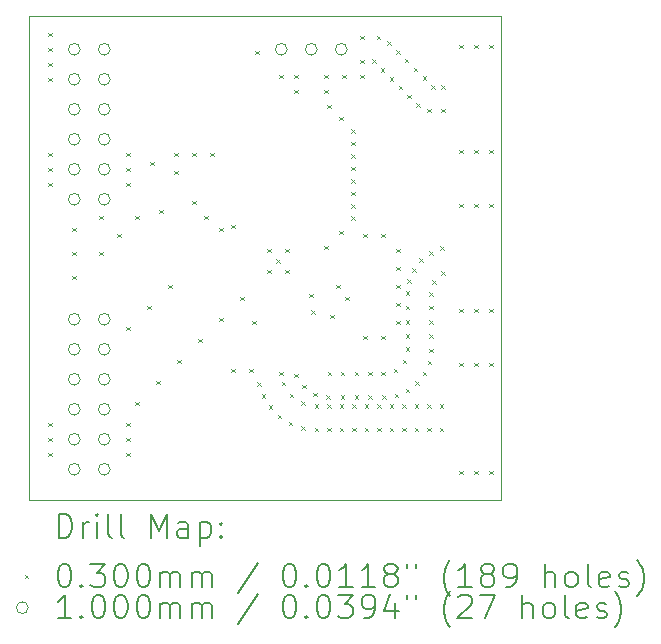
<source format=gbr>
%TF.GenerationSoftware,KiCad,Pcbnew,7.0.8*%
%TF.CreationDate,2023-12-20T18:09:56+01:00*%
%TF.ProjectId,sx1255_eval,73783132-3535-45f6-9576-616c2e6b6963,rev?*%
%TF.SameCoordinates,Original*%
%TF.FileFunction,Drillmap*%
%TF.FilePolarity,Positive*%
%FSLAX45Y45*%
G04 Gerber Fmt 4.5, Leading zero omitted, Abs format (unit mm)*
G04 Created by KiCad (PCBNEW 7.0.8) date 2023-12-20 18:09:56*
%MOMM*%
%LPD*%
G01*
G04 APERTURE LIST*
%ADD10C,0.100000*%
%ADD11C,0.200000*%
%ADD12C,0.030000*%
G04 APERTURE END LIST*
D10*
X16475200Y-7350000D02*
X12475200Y-7350000D01*
X12475200Y-7350000D02*
X12475200Y-11450000D01*
X12475200Y-11450000D02*
X16475200Y-11450000D01*
X16475200Y-11450000D02*
X16475200Y-7350000D01*
D11*
D12*
X12642200Y-7489200D02*
X12672200Y-7519200D01*
X12672200Y-7489200D02*
X12642200Y-7519200D01*
X12642200Y-7616200D02*
X12672200Y-7646200D01*
X12672200Y-7616200D02*
X12642200Y-7646200D01*
X12642200Y-7743200D02*
X12672200Y-7773200D01*
X12672200Y-7743200D02*
X12642200Y-7773200D01*
X12642200Y-7870200D02*
X12672200Y-7900200D01*
X12672200Y-7870200D02*
X12642200Y-7900200D01*
X12642200Y-8505200D02*
X12672200Y-8535200D01*
X12672200Y-8505200D02*
X12642200Y-8535200D01*
X12642200Y-8632200D02*
X12672200Y-8662200D01*
X12672200Y-8632200D02*
X12642200Y-8662200D01*
X12642200Y-8759200D02*
X12672200Y-8789200D01*
X12672200Y-8759200D02*
X12642200Y-8789200D01*
X12642200Y-10791200D02*
X12672200Y-10821200D01*
X12672200Y-10791200D02*
X12642200Y-10821200D01*
X12642200Y-10918200D02*
X12672200Y-10948200D01*
X12672200Y-10918200D02*
X12642200Y-10948200D01*
X12642200Y-11045200D02*
X12672200Y-11075200D01*
X12672200Y-11045200D02*
X12642200Y-11075200D01*
X12845400Y-9140200D02*
X12875400Y-9170200D01*
X12875400Y-9140200D02*
X12845400Y-9170200D01*
X12845400Y-9343400D02*
X12875400Y-9373400D01*
X12875400Y-9343400D02*
X12845400Y-9373400D01*
X12845400Y-9546600D02*
X12875400Y-9576600D01*
X12875400Y-9546600D02*
X12845400Y-9576600D01*
X13074000Y-9038600D02*
X13104000Y-9068600D01*
X13104000Y-9038600D02*
X13074000Y-9068600D01*
X13074000Y-9343400D02*
X13104000Y-9373400D01*
X13104000Y-9343400D02*
X13074000Y-9373400D01*
X13226400Y-9191000D02*
X13256400Y-9221000D01*
X13256400Y-9191000D02*
X13226400Y-9221000D01*
X13302600Y-8505200D02*
X13332600Y-8535200D01*
X13332600Y-8505200D02*
X13302600Y-8535200D01*
X13302600Y-8632200D02*
X13332600Y-8662200D01*
X13332600Y-8632200D02*
X13302600Y-8662200D01*
X13302600Y-8759200D02*
X13332600Y-8789200D01*
X13332600Y-8759200D02*
X13302600Y-8789200D01*
X13302600Y-9978400D02*
X13332600Y-10008400D01*
X13332600Y-9978400D02*
X13302600Y-10008400D01*
X13302600Y-10791200D02*
X13332600Y-10821200D01*
X13332600Y-10791200D02*
X13302600Y-10821200D01*
X13302600Y-10918200D02*
X13332600Y-10948200D01*
X13332600Y-10918200D02*
X13302600Y-10948200D01*
X13302600Y-11045200D02*
X13332600Y-11075200D01*
X13332600Y-11045200D02*
X13302600Y-11075200D01*
X13378800Y-9038600D02*
X13408800Y-9068600D01*
X13408800Y-9038600D02*
X13378800Y-9068600D01*
X13378800Y-10613400D02*
X13408800Y-10643400D01*
X13408800Y-10613400D02*
X13378800Y-10643400D01*
X13480400Y-9800600D02*
X13510400Y-9830600D01*
X13510400Y-9800600D02*
X13480400Y-9830600D01*
X13505800Y-8581400D02*
X13535800Y-8611400D01*
X13535800Y-8581400D02*
X13505800Y-8611400D01*
X13556600Y-10435600D02*
X13586600Y-10465600D01*
X13586600Y-10435600D02*
X13556600Y-10465600D01*
X13582000Y-8987800D02*
X13612000Y-9017800D01*
X13612000Y-8987800D02*
X13582000Y-9017800D01*
X13658200Y-9622800D02*
X13688200Y-9652800D01*
X13688200Y-9622800D02*
X13658200Y-9652800D01*
X13709000Y-8505200D02*
X13739000Y-8535200D01*
X13739000Y-8505200D02*
X13709000Y-8535200D01*
X13709000Y-8657600D02*
X13739000Y-8687600D01*
X13739000Y-8657600D02*
X13709000Y-8687600D01*
X13734400Y-10257800D02*
X13764400Y-10287800D01*
X13764400Y-10257800D02*
X13734400Y-10287800D01*
X13861400Y-8505200D02*
X13891400Y-8535200D01*
X13891400Y-8505200D02*
X13861400Y-8535200D01*
X13861400Y-8911600D02*
X13891400Y-8941600D01*
X13891400Y-8911600D02*
X13861400Y-8941600D01*
X13912200Y-10080000D02*
X13942200Y-10110000D01*
X13942200Y-10080000D02*
X13912200Y-10110000D01*
X13963000Y-9038600D02*
X13993000Y-9068600D01*
X13993000Y-9038600D02*
X13963000Y-9068600D01*
X14013800Y-8505200D02*
X14043800Y-8535200D01*
X14043800Y-8505200D02*
X14013800Y-8535200D01*
X14090000Y-9140200D02*
X14120000Y-9170200D01*
X14120000Y-9140200D02*
X14090000Y-9170200D01*
X14090000Y-9902200D02*
X14120000Y-9932200D01*
X14120000Y-9902200D02*
X14090000Y-9932200D01*
X14191600Y-9114800D02*
X14221600Y-9144800D01*
X14221600Y-9114800D02*
X14191600Y-9144800D01*
X14191600Y-10334000D02*
X14221600Y-10364000D01*
X14221600Y-10334000D02*
X14191600Y-10364000D01*
X14267800Y-9724400D02*
X14297800Y-9754400D01*
X14297800Y-9724400D02*
X14267800Y-9754400D01*
X14344000Y-10334000D02*
X14374000Y-10364000D01*
X14374000Y-10334000D02*
X14344000Y-10364000D01*
X14369400Y-9927600D02*
X14399400Y-9957600D01*
X14399400Y-9927600D02*
X14369400Y-9957600D01*
X14394800Y-7641600D02*
X14424800Y-7671600D01*
X14424800Y-7641600D02*
X14394800Y-7671600D01*
X14410149Y-10449574D02*
X14440149Y-10479574D01*
X14440149Y-10449574D02*
X14410149Y-10479574D01*
X14447239Y-10553642D02*
X14477239Y-10583642D01*
X14477239Y-10553642D02*
X14447239Y-10583642D01*
X14496400Y-9318000D02*
X14526400Y-9348000D01*
X14526400Y-9318000D02*
X14496400Y-9348000D01*
X14496400Y-9495800D02*
X14526400Y-9525800D01*
X14526400Y-9495800D02*
X14496400Y-9525800D01*
X14506041Y-10647203D02*
X14536041Y-10677203D01*
X14536041Y-10647203D02*
X14506041Y-10677203D01*
X14572600Y-9410000D02*
X14602600Y-9440000D01*
X14602600Y-9410000D02*
X14572600Y-9440000D01*
X14584198Y-10725359D02*
X14614198Y-10755359D01*
X14614198Y-10725359D02*
X14584198Y-10755359D01*
X14598000Y-7844800D02*
X14628000Y-7874800D01*
X14628000Y-7844800D02*
X14598000Y-7874800D01*
X14598000Y-10359400D02*
X14628000Y-10389400D01*
X14628000Y-10359400D02*
X14598000Y-10389400D01*
X14618520Y-10447446D02*
X14648520Y-10477446D01*
X14648520Y-10447446D02*
X14618520Y-10477446D01*
X14648800Y-9318000D02*
X14678800Y-9348000D01*
X14678800Y-9318000D02*
X14648800Y-9348000D01*
X14648800Y-9495800D02*
X14678800Y-9525800D01*
X14678800Y-9495800D02*
X14648800Y-9525800D01*
X14677758Y-10784161D02*
X14707758Y-10814161D01*
X14707758Y-10784161D02*
X14677758Y-10814161D01*
X14684353Y-10547047D02*
X14714353Y-10577047D01*
X14714353Y-10547047D02*
X14684353Y-10577047D01*
X14725000Y-7844800D02*
X14755000Y-7874800D01*
X14755000Y-7844800D02*
X14725000Y-7874800D01*
X14725000Y-7971800D02*
X14755000Y-8001800D01*
X14755000Y-7971800D02*
X14725000Y-8001800D01*
X14725003Y-10378061D02*
X14755003Y-10408061D01*
X14755003Y-10378061D02*
X14725003Y-10408061D01*
X14781826Y-10821251D02*
X14811826Y-10851251D01*
X14811826Y-10821251D02*
X14781826Y-10851251D01*
X14783954Y-10612880D02*
X14813954Y-10642880D01*
X14813954Y-10612880D02*
X14783954Y-10642880D01*
X14789068Y-10473132D02*
X14819068Y-10503132D01*
X14819068Y-10473132D02*
X14789068Y-10503132D01*
X14852000Y-9699000D02*
X14882000Y-9729000D01*
X14882000Y-9699000D02*
X14852000Y-9729000D01*
X14864700Y-9838700D02*
X14894700Y-9868700D01*
X14894700Y-9838700D02*
X14864700Y-9868700D01*
X14884139Y-10537197D02*
X14914139Y-10567197D01*
X14914139Y-10537197D02*
X14884139Y-10567197D01*
X14896400Y-10635000D02*
X14926400Y-10665000D01*
X14926400Y-10635000D02*
X14896400Y-10665000D01*
X14896400Y-10835000D02*
X14926400Y-10865000D01*
X14926400Y-10835000D02*
X14896400Y-10865000D01*
X14979000Y-7844800D02*
X15009000Y-7874800D01*
X15009000Y-7844800D02*
X14979000Y-7874800D01*
X14979000Y-7971800D02*
X15009000Y-8001800D01*
X15009000Y-7971800D02*
X14979000Y-8001800D01*
X14979000Y-9292600D02*
X15009000Y-9322600D01*
X15009000Y-9292600D02*
X14979000Y-9322600D01*
X14996293Y-10560880D02*
X15026293Y-10590880D01*
X15026293Y-10560880D02*
X14996293Y-10590880D01*
X15002077Y-10635000D02*
X15032077Y-10665000D01*
X15032077Y-10635000D02*
X15002077Y-10665000D01*
X15002077Y-10835000D02*
X15032077Y-10865000D01*
X15032077Y-10835000D02*
X15002077Y-10865000D01*
X15004400Y-8098800D02*
X15034400Y-8128800D01*
X15034400Y-8098800D02*
X15004400Y-8128800D01*
X15006106Y-10361120D02*
X15036106Y-10391120D01*
X15036106Y-10361120D02*
X15006106Y-10391120D01*
X15029800Y-9876800D02*
X15059800Y-9906800D01*
X15059800Y-9876800D02*
X15029800Y-9906800D01*
X15080600Y-9622800D02*
X15110600Y-9652800D01*
X15110600Y-9622800D02*
X15080600Y-9652800D01*
X15106000Y-8200400D02*
X15136000Y-8230400D01*
X15136000Y-8200400D02*
X15106000Y-8230400D01*
X15106000Y-9165600D02*
X15136000Y-9195600D01*
X15136000Y-9165600D02*
X15106000Y-9195600D01*
X15107754Y-10635000D02*
X15137754Y-10665000D01*
X15137754Y-10635000D02*
X15107754Y-10665000D01*
X15107754Y-10835000D02*
X15137754Y-10865000D01*
X15137754Y-10835000D02*
X15107754Y-10865000D01*
X15117500Y-10361000D02*
X15147500Y-10391000D01*
X15147500Y-10361000D02*
X15117500Y-10391000D01*
X15117500Y-10561000D02*
X15147500Y-10591000D01*
X15147500Y-10561000D02*
X15117500Y-10591000D01*
X15131400Y-7844800D02*
X15161400Y-7874800D01*
X15161400Y-7844800D02*
X15131400Y-7874800D01*
X15156800Y-9724400D02*
X15186800Y-9754400D01*
X15186800Y-9724400D02*
X15156800Y-9754400D01*
X15207600Y-8307015D02*
X15237600Y-8337015D01*
X15237600Y-8307015D02*
X15207600Y-8337015D01*
X15207600Y-8412692D02*
X15237600Y-8442692D01*
X15237600Y-8412692D02*
X15207600Y-8442692D01*
X15207600Y-8518369D02*
X15237600Y-8548369D01*
X15237600Y-8518369D02*
X15207600Y-8548369D01*
X15207600Y-8624046D02*
X15237600Y-8654046D01*
X15237600Y-8624046D02*
X15207600Y-8654046D01*
X15207600Y-8729723D02*
X15237600Y-8759723D01*
X15237600Y-8729723D02*
X15207600Y-8759723D01*
X15207600Y-8835400D02*
X15237600Y-8865400D01*
X15237600Y-8835400D02*
X15207600Y-8865400D01*
X15207600Y-8941077D02*
X15237600Y-8971077D01*
X15237600Y-8941077D02*
X15207600Y-8971077D01*
X15207600Y-9046754D02*
X15237600Y-9076754D01*
X15237600Y-9046754D02*
X15207600Y-9076754D01*
X15213431Y-10635000D02*
X15243431Y-10665000D01*
X15243431Y-10635000D02*
X15213431Y-10665000D01*
X15213431Y-10835000D02*
X15243431Y-10865000D01*
X15243431Y-10835000D02*
X15213431Y-10865000D01*
X15233800Y-10361000D02*
X15263800Y-10391000D01*
X15263800Y-10361000D02*
X15233800Y-10391000D01*
X15233800Y-10561000D02*
X15263800Y-10591000D01*
X15263800Y-10561000D02*
X15233800Y-10591000D01*
X15283800Y-7516200D02*
X15313800Y-7546200D01*
X15313800Y-7516200D02*
X15283800Y-7546200D01*
X15283800Y-7717800D02*
X15313800Y-7747800D01*
X15313800Y-7717800D02*
X15283800Y-7747800D01*
X15283800Y-7844800D02*
X15313800Y-7874800D01*
X15313800Y-7844800D02*
X15283800Y-7874800D01*
X15309200Y-9191000D02*
X15339200Y-9221000D01*
X15339200Y-9191000D02*
X15309200Y-9221000D01*
X15309200Y-10054600D02*
X15339200Y-10084600D01*
X15339200Y-10054600D02*
X15309200Y-10084600D01*
X15319108Y-10635000D02*
X15349108Y-10665000D01*
X15349108Y-10635000D02*
X15319108Y-10665000D01*
X15319108Y-10835000D02*
X15349108Y-10865000D01*
X15349108Y-10835000D02*
X15319108Y-10865000D01*
X15350100Y-10361000D02*
X15380100Y-10391000D01*
X15380100Y-10361000D02*
X15350100Y-10391000D01*
X15350100Y-10561000D02*
X15380100Y-10591000D01*
X15380100Y-10561000D02*
X15350100Y-10591000D01*
X15382079Y-7716200D02*
X15412079Y-7746200D01*
X15412079Y-7716200D02*
X15382079Y-7746200D01*
X15421630Y-7516200D02*
X15451630Y-7546200D01*
X15451630Y-7516200D02*
X15421630Y-7546200D01*
X15424785Y-10635000D02*
X15454785Y-10665000D01*
X15454785Y-10635000D02*
X15424785Y-10665000D01*
X15424785Y-10835000D02*
X15454785Y-10865000D01*
X15454785Y-10835000D02*
X15424785Y-10865000D01*
X15456840Y-7790962D02*
X15486840Y-7820962D01*
X15486840Y-7790962D02*
X15456840Y-7820962D01*
X15461493Y-10361120D02*
X15491493Y-10391120D01*
X15491493Y-10361120D02*
X15461493Y-10391120D01*
X15461600Y-9191000D02*
X15491600Y-9221000D01*
X15491600Y-9191000D02*
X15461600Y-9221000D01*
X15461600Y-10054600D02*
X15491600Y-10084600D01*
X15491600Y-10054600D02*
X15461600Y-10084600D01*
X15466400Y-10561000D02*
X15496400Y-10591000D01*
X15496400Y-10561000D02*
X15466400Y-10591000D01*
X15511747Y-7563026D02*
X15541747Y-7593026D01*
X15541747Y-7563026D02*
X15511747Y-7593026D01*
X15530462Y-10635000D02*
X15560462Y-10665000D01*
X15560462Y-10635000D02*
X15530462Y-10665000D01*
X15530462Y-10835000D02*
X15560462Y-10865000D01*
X15560462Y-10835000D02*
X15530462Y-10865000D01*
X15531602Y-7865724D02*
X15561602Y-7895724D01*
X15561602Y-7865724D02*
X15531602Y-7895724D01*
X15564826Y-10334759D02*
X15594826Y-10364759D01*
X15594826Y-10334759D02*
X15564826Y-10364759D01*
X15573025Y-10546277D02*
X15603025Y-10576277D01*
X15603025Y-10546277D02*
X15573025Y-10576277D01*
X15586142Y-7637421D02*
X15616142Y-7667421D01*
X15616142Y-7637421D02*
X15586142Y-7667421D01*
X15588600Y-9318000D02*
X15618600Y-9348000D01*
X15618600Y-9318000D02*
X15588600Y-9348000D01*
X15588600Y-9470400D02*
X15618600Y-9500400D01*
X15618600Y-9470400D02*
X15588600Y-9500400D01*
X15588600Y-9622800D02*
X15618600Y-9652800D01*
X15618600Y-9622800D02*
X15588600Y-9652800D01*
X15588600Y-9775200D02*
X15618600Y-9805200D01*
X15618600Y-9775200D02*
X15588600Y-9805200D01*
X15588600Y-9927600D02*
X15618600Y-9957600D01*
X15618600Y-9927600D02*
X15588600Y-9957600D01*
X15606364Y-7940485D02*
X15636364Y-7970485D01*
X15636364Y-7940485D02*
X15606364Y-7970485D01*
X15636138Y-10635000D02*
X15666138Y-10665000D01*
X15666138Y-10635000D02*
X15636138Y-10665000D01*
X15636138Y-10835000D02*
X15666138Y-10865000D01*
X15666138Y-10835000D02*
X15636138Y-10865000D01*
X15640158Y-10259426D02*
X15670158Y-10289426D01*
X15670158Y-10259426D02*
X15640158Y-10289426D01*
X15660537Y-7711816D02*
X15690537Y-7741816D01*
X15690537Y-7711816D02*
X15660537Y-7741816D01*
X15666400Y-9804000D02*
X15696400Y-9834000D01*
X15696400Y-9804000D02*
X15666400Y-9834000D01*
X15666400Y-9923000D02*
X15696400Y-9953000D01*
X15696400Y-9923000D02*
X15666400Y-9953000D01*
X15666400Y-10042000D02*
X15696400Y-10072000D01*
X15696400Y-10042000D02*
X15666400Y-10072000D01*
X15666520Y-10156094D02*
X15696520Y-10186094D01*
X15696520Y-10156094D02*
X15666520Y-10186094D01*
X15666520Y-9680093D02*
X15696520Y-9710093D01*
X15696520Y-9680093D02*
X15666520Y-9710093D01*
X15667647Y-10506304D02*
X15697647Y-10536304D01*
X15697647Y-10506304D02*
X15667647Y-10536304D01*
X15681123Y-9578374D02*
X15711123Y-9608374D01*
X15711123Y-9578374D02*
X15681123Y-9608374D01*
X15681126Y-8015247D02*
X15711126Y-8045247D01*
X15711126Y-8015247D02*
X15681126Y-8045247D01*
X15721096Y-9483753D02*
X15751096Y-9513753D01*
X15751096Y-9483753D02*
X15721096Y-9513753D01*
X15734932Y-7786210D02*
X15764932Y-7816210D01*
X15764932Y-7786210D02*
X15734932Y-7816210D01*
X15741815Y-10635000D02*
X15771815Y-10665000D01*
X15771815Y-10635000D02*
X15741815Y-10665000D01*
X15741815Y-10835000D02*
X15771815Y-10865000D01*
X15771815Y-10835000D02*
X15741815Y-10865000D01*
X15749243Y-10443843D02*
X15779243Y-10473843D01*
X15779243Y-10443843D02*
X15749243Y-10473843D01*
X15755887Y-8090009D02*
X15785887Y-8120009D01*
X15785887Y-8090009D02*
X15755887Y-8120009D01*
X15783557Y-9402157D02*
X15813557Y-9432157D01*
X15813557Y-9402157D02*
X15783557Y-9432157D01*
X15809327Y-7860605D02*
X15839327Y-7890605D01*
X15839327Y-7860605D02*
X15809327Y-7890605D01*
X15811704Y-10362247D02*
X15841704Y-10392247D01*
X15841704Y-10362247D02*
X15811704Y-10392247D01*
X15847284Y-8135000D02*
X15877284Y-8165000D01*
X15877284Y-8135000D02*
X15847284Y-8165000D01*
X15847492Y-10635000D02*
X15877492Y-10665000D01*
X15877492Y-10635000D02*
X15847492Y-10665000D01*
X15847492Y-10835000D02*
X15877492Y-10865000D01*
X15877492Y-10835000D02*
X15847492Y-10865000D01*
X15851677Y-10267626D02*
X15881677Y-10297626D01*
X15881677Y-10267626D02*
X15851677Y-10297626D01*
X15865154Y-9339696D02*
X15895154Y-9369696D01*
X15895154Y-9339696D02*
X15865154Y-9369696D01*
X15866279Y-9689907D02*
X15896279Y-9719907D01*
X15896279Y-9689907D02*
X15866279Y-9719907D01*
X15866280Y-10165907D02*
X15896280Y-10195907D01*
X15896280Y-10165907D02*
X15866280Y-10195907D01*
X15866400Y-9804000D02*
X15896400Y-9834000D01*
X15896400Y-9804000D02*
X15866400Y-9834000D01*
X15866400Y-9923000D02*
X15896400Y-9953000D01*
X15896400Y-9923000D02*
X15866400Y-9953000D01*
X15866400Y-10042000D02*
X15896400Y-10072000D01*
X15896400Y-10042000D02*
X15866400Y-10072000D01*
X15883721Y-7935000D02*
X15913721Y-7965000D01*
X15913721Y-7935000D02*
X15883721Y-7965000D01*
X15892642Y-9586574D02*
X15922642Y-9616574D01*
X15922642Y-9586574D02*
X15892642Y-9616574D01*
X15953169Y-10635000D02*
X15983169Y-10665000D01*
X15983169Y-10635000D02*
X15953169Y-10665000D01*
X15953169Y-10835000D02*
X15983169Y-10865000D01*
X15983169Y-10835000D02*
X15953169Y-10865000D01*
X15959775Y-9299723D02*
X15989775Y-9329723D01*
X15989775Y-9299723D02*
X15959775Y-9329723D01*
X15967974Y-9511242D02*
X15997974Y-9541242D01*
X15997974Y-9511242D02*
X15967974Y-9541242D01*
X15969600Y-7935000D02*
X15999600Y-7965000D01*
X15999600Y-7935000D02*
X15969600Y-7965000D01*
X15969600Y-8135000D02*
X15999600Y-8165000D01*
X15999600Y-8135000D02*
X15969600Y-8165000D01*
X16122000Y-7590800D02*
X16152000Y-7620800D01*
X16152000Y-7590800D02*
X16122000Y-7620800D01*
X16122000Y-8479800D02*
X16152000Y-8509800D01*
X16152000Y-8479800D02*
X16122000Y-8509800D01*
X16122000Y-8937000D02*
X16152000Y-8967000D01*
X16152000Y-8937000D02*
X16122000Y-8967000D01*
X16122000Y-9826000D02*
X16152000Y-9856000D01*
X16152000Y-9826000D02*
X16122000Y-9856000D01*
X16122000Y-10283200D02*
X16152000Y-10313200D01*
X16152000Y-10283200D02*
X16122000Y-10313200D01*
X16122000Y-11197600D02*
X16152000Y-11227600D01*
X16152000Y-11197600D02*
X16122000Y-11227600D01*
X16249000Y-7590800D02*
X16279000Y-7620800D01*
X16279000Y-7590800D02*
X16249000Y-7620800D01*
X16249000Y-8479800D02*
X16279000Y-8509800D01*
X16279000Y-8479800D02*
X16249000Y-8509800D01*
X16249000Y-8937000D02*
X16279000Y-8967000D01*
X16279000Y-8937000D02*
X16249000Y-8967000D01*
X16249000Y-9826000D02*
X16279000Y-9856000D01*
X16279000Y-9826000D02*
X16249000Y-9856000D01*
X16249000Y-10283200D02*
X16279000Y-10313200D01*
X16279000Y-10283200D02*
X16249000Y-10313200D01*
X16249000Y-11197600D02*
X16279000Y-11227600D01*
X16279000Y-11197600D02*
X16249000Y-11227600D01*
X16376000Y-7590800D02*
X16406000Y-7620800D01*
X16406000Y-7590800D02*
X16376000Y-7620800D01*
X16376000Y-8479800D02*
X16406000Y-8509800D01*
X16406000Y-8479800D02*
X16376000Y-8509800D01*
X16376000Y-8937000D02*
X16406000Y-8967000D01*
X16406000Y-8937000D02*
X16376000Y-8967000D01*
X16376000Y-9826000D02*
X16406000Y-9856000D01*
X16406000Y-9826000D02*
X16376000Y-9856000D01*
X16376000Y-10283200D02*
X16406000Y-10313200D01*
X16406000Y-10283200D02*
X16376000Y-10313200D01*
X16376000Y-11197600D02*
X16406000Y-11227600D01*
X16406000Y-11197600D02*
X16376000Y-11227600D01*
D10*
X12910400Y-7631200D02*
G75*
G03*
X12910400Y-7631200I-50000J0D01*
G01*
X12910400Y-7885200D02*
G75*
G03*
X12910400Y-7885200I-50000J0D01*
G01*
X12910400Y-8139200D02*
G75*
G03*
X12910400Y-8139200I-50000J0D01*
G01*
X12910400Y-8393200D02*
G75*
G03*
X12910400Y-8393200I-50000J0D01*
G01*
X12910400Y-8647200D02*
G75*
G03*
X12910400Y-8647200I-50000J0D01*
G01*
X12910400Y-8901200D02*
G75*
G03*
X12910400Y-8901200I-50000J0D01*
G01*
X12910400Y-9917200D02*
G75*
G03*
X12910400Y-9917200I-50000J0D01*
G01*
X12910400Y-10171200D02*
G75*
G03*
X12910400Y-10171200I-50000J0D01*
G01*
X12910400Y-10425200D02*
G75*
G03*
X12910400Y-10425200I-50000J0D01*
G01*
X12910400Y-10679200D02*
G75*
G03*
X12910400Y-10679200I-50000J0D01*
G01*
X12910400Y-10933200D02*
G75*
G03*
X12910400Y-10933200I-50000J0D01*
G01*
X12910400Y-11187200D02*
G75*
G03*
X12910400Y-11187200I-50000J0D01*
G01*
X13164400Y-7631200D02*
G75*
G03*
X13164400Y-7631200I-50000J0D01*
G01*
X13164400Y-7885200D02*
G75*
G03*
X13164400Y-7885200I-50000J0D01*
G01*
X13164400Y-8139200D02*
G75*
G03*
X13164400Y-8139200I-50000J0D01*
G01*
X13164400Y-8393200D02*
G75*
G03*
X13164400Y-8393200I-50000J0D01*
G01*
X13164400Y-8647200D02*
G75*
G03*
X13164400Y-8647200I-50000J0D01*
G01*
X13164400Y-8901200D02*
G75*
G03*
X13164400Y-8901200I-50000J0D01*
G01*
X13164400Y-9917200D02*
G75*
G03*
X13164400Y-9917200I-50000J0D01*
G01*
X13164400Y-10171200D02*
G75*
G03*
X13164400Y-10171200I-50000J0D01*
G01*
X13164400Y-10425200D02*
G75*
G03*
X13164400Y-10425200I-50000J0D01*
G01*
X13164400Y-10679200D02*
G75*
G03*
X13164400Y-10679200I-50000J0D01*
G01*
X13164400Y-10933200D02*
G75*
G03*
X13164400Y-10933200I-50000J0D01*
G01*
X13164400Y-11187200D02*
G75*
G03*
X13164400Y-11187200I-50000J0D01*
G01*
X14663000Y-7631200D02*
G75*
G03*
X14663000Y-7631200I-50000J0D01*
G01*
X14917000Y-7631200D02*
G75*
G03*
X14917000Y-7631200I-50000J0D01*
G01*
X15171000Y-7631200D02*
G75*
G03*
X15171000Y-7631200I-50000J0D01*
G01*
D11*
X12730977Y-11766484D02*
X12730977Y-11566484D01*
X12730977Y-11566484D02*
X12778596Y-11566484D01*
X12778596Y-11566484D02*
X12807167Y-11576008D01*
X12807167Y-11576008D02*
X12826215Y-11595055D01*
X12826215Y-11595055D02*
X12835739Y-11614103D01*
X12835739Y-11614103D02*
X12845262Y-11652198D01*
X12845262Y-11652198D02*
X12845262Y-11680769D01*
X12845262Y-11680769D02*
X12835739Y-11718865D01*
X12835739Y-11718865D02*
X12826215Y-11737912D01*
X12826215Y-11737912D02*
X12807167Y-11756960D01*
X12807167Y-11756960D02*
X12778596Y-11766484D01*
X12778596Y-11766484D02*
X12730977Y-11766484D01*
X12930977Y-11766484D02*
X12930977Y-11633150D01*
X12930977Y-11671246D02*
X12940501Y-11652198D01*
X12940501Y-11652198D02*
X12950024Y-11642674D01*
X12950024Y-11642674D02*
X12969072Y-11633150D01*
X12969072Y-11633150D02*
X12988120Y-11633150D01*
X13054786Y-11766484D02*
X13054786Y-11633150D01*
X13054786Y-11566484D02*
X13045262Y-11576008D01*
X13045262Y-11576008D02*
X13054786Y-11585531D01*
X13054786Y-11585531D02*
X13064310Y-11576008D01*
X13064310Y-11576008D02*
X13054786Y-11566484D01*
X13054786Y-11566484D02*
X13054786Y-11585531D01*
X13178596Y-11766484D02*
X13159548Y-11756960D01*
X13159548Y-11756960D02*
X13150024Y-11737912D01*
X13150024Y-11737912D02*
X13150024Y-11566484D01*
X13283358Y-11766484D02*
X13264310Y-11756960D01*
X13264310Y-11756960D02*
X13254786Y-11737912D01*
X13254786Y-11737912D02*
X13254786Y-11566484D01*
X13511929Y-11766484D02*
X13511929Y-11566484D01*
X13511929Y-11566484D02*
X13578596Y-11709341D01*
X13578596Y-11709341D02*
X13645262Y-11566484D01*
X13645262Y-11566484D02*
X13645262Y-11766484D01*
X13826215Y-11766484D02*
X13826215Y-11661722D01*
X13826215Y-11661722D02*
X13816691Y-11642674D01*
X13816691Y-11642674D02*
X13797643Y-11633150D01*
X13797643Y-11633150D02*
X13759548Y-11633150D01*
X13759548Y-11633150D02*
X13740501Y-11642674D01*
X13826215Y-11756960D02*
X13807167Y-11766484D01*
X13807167Y-11766484D02*
X13759548Y-11766484D01*
X13759548Y-11766484D02*
X13740501Y-11756960D01*
X13740501Y-11756960D02*
X13730977Y-11737912D01*
X13730977Y-11737912D02*
X13730977Y-11718865D01*
X13730977Y-11718865D02*
X13740501Y-11699817D01*
X13740501Y-11699817D02*
X13759548Y-11690293D01*
X13759548Y-11690293D02*
X13807167Y-11690293D01*
X13807167Y-11690293D02*
X13826215Y-11680769D01*
X13921453Y-11633150D02*
X13921453Y-11833150D01*
X13921453Y-11642674D02*
X13940501Y-11633150D01*
X13940501Y-11633150D02*
X13978596Y-11633150D01*
X13978596Y-11633150D02*
X13997643Y-11642674D01*
X13997643Y-11642674D02*
X14007167Y-11652198D01*
X14007167Y-11652198D02*
X14016691Y-11671246D01*
X14016691Y-11671246D02*
X14016691Y-11728388D01*
X14016691Y-11728388D02*
X14007167Y-11747436D01*
X14007167Y-11747436D02*
X13997643Y-11756960D01*
X13997643Y-11756960D02*
X13978596Y-11766484D01*
X13978596Y-11766484D02*
X13940501Y-11766484D01*
X13940501Y-11766484D02*
X13921453Y-11756960D01*
X14102405Y-11747436D02*
X14111929Y-11756960D01*
X14111929Y-11756960D02*
X14102405Y-11766484D01*
X14102405Y-11766484D02*
X14092882Y-11756960D01*
X14092882Y-11756960D02*
X14102405Y-11747436D01*
X14102405Y-11747436D02*
X14102405Y-11766484D01*
X14102405Y-11642674D02*
X14111929Y-11652198D01*
X14111929Y-11652198D02*
X14102405Y-11661722D01*
X14102405Y-11661722D02*
X14092882Y-11652198D01*
X14092882Y-11652198D02*
X14102405Y-11642674D01*
X14102405Y-11642674D02*
X14102405Y-11661722D01*
D12*
X12440200Y-12080000D02*
X12470200Y-12110000D01*
X12470200Y-12080000D02*
X12440200Y-12110000D01*
D11*
X12769072Y-11986484D02*
X12788120Y-11986484D01*
X12788120Y-11986484D02*
X12807167Y-11996008D01*
X12807167Y-11996008D02*
X12816691Y-12005531D01*
X12816691Y-12005531D02*
X12826215Y-12024579D01*
X12826215Y-12024579D02*
X12835739Y-12062674D01*
X12835739Y-12062674D02*
X12835739Y-12110293D01*
X12835739Y-12110293D02*
X12826215Y-12148388D01*
X12826215Y-12148388D02*
X12816691Y-12167436D01*
X12816691Y-12167436D02*
X12807167Y-12176960D01*
X12807167Y-12176960D02*
X12788120Y-12186484D01*
X12788120Y-12186484D02*
X12769072Y-12186484D01*
X12769072Y-12186484D02*
X12750024Y-12176960D01*
X12750024Y-12176960D02*
X12740501Y-12167436D01*
X12740501Y-12167436D02*
X12730977Y-12148388D01*
X12730977Y-12148388D02*
X12721453Y-12110293D01*
X12721453Y-12110293D02*
X12721453Y-12062674D01*
X12721453Y-12062674D02*
X12730977Y-12024579D01*
X12730977Y-12024579D02*
X12740501Y-12005531D01*
X12740501Y-12005531D02*
X12750024Y-11996008D01*
X12750024Y-11996008D02*
X12769072Y-11986484D01*
X12921453Y-12167436D02*
X12930977Y-12176960D01*
X12930977Y-12176960D02*
X12921453Y-12186484D01*
X12921453Y-12186484D02*
X12911929Y-12176960D01*
X12911929Y-12176960D02*
X12921453Y-12167436D01*
X12921453Y-12167436D02*
X12921453Y-12186484D01*
X12997643Y-11986484D02*
X13121453Y-11986484D01*
X13121453Y-11986484D02*
X13054786Y-12062674D01*
X13054786Y-12062674D02*
X13083358Y-12062674D01*
X13083358Y-12062674D02*
X13102405Y-12072198D01*
X13102405Y-12072198D02*
X13111929Y-12081722D01*
X13111929Y-12081722D02*
X13121453Y-12100769D01*
X13121453Y-12100769D02*
X13121453Y-12148388D01*
X13121453Y-12148388D02*
X13111929Y-12167436D01*
X13111929Y-12167436D02*
X13102405Y-12176960D01*
X13102405Y-12176960D02*
X13083358Y-12186484D01*
X13083358Y-12186484D02*
X13026215Y-12186484D01*
X13026215Y-12186484D02*
X13007167Y-12176960D01*
X13007167Y-12176960D02*
X12997643Y-12167436D01*
X13245262Y-11986484D02*
X13264310Y-11986484D01*
X13264310Y-11986484D02*
X13283358Y-11996008D01*
X13283358Y-11996008D02*
X13292882Y-12005531D01*
X13292882Y-12005531D02*
X13302405Y-12024579D01*
X13302405Y-12024579D02*
X13311929Y-12062674D01*
X13311929Y-12062674D02*
X13311929Y-12110293D01*
X13311929Y-12110293D02*
X13302405Y-12148388D01*
X13302405Y-12148388D02*
X13292882Y-12167436D01*
X13292882Y-12167436D02*
X13283358Y-12176960D01*
X13283358Y-12176960D02*
X13264310Y-12186484D01*
X13264310Y-12186484D02*
X13245262Y-12186484D01*
X13245262Y-12186484D02*
X13226215Y-12176960D01*
X13226215Y-12176960D02*
X13216691Y-12167436D01*
X13216691Y-12167436D02*
X13207167Y-12148388D01*
X13207167Y-12148388D02*
X13197643Y-12110293D01*
X13197643Y-12110293D02*
X13197643Y-12062674D01*
X13197643Y-12062674D02*
X13207167Y-12024579D01*
X13207167Y-12024579D02*
X13216691Y-12005531D01*
X13216691Y-12005531D02*
X13226215Y-11996008D01*
X13226215Y-11996008D02*
X13245262Y-11986484D01*
X13435739Y-11986484D02*
X13454786Y-11986484D01*
X13454786Y-11986484D02*
X13473834Y-11996008D01*
X13473834Y-11996008D02*
X13483358Y-12005531D01*
X13483358Y-12005531D02*
X13492882Y-12024579D01*
X13492882Y-12024579D02*
X13502405Y-12062674D01*
X13502405Y-12062674D02*
X13502405Y-12110293D01*
X13502405Y-12110293D02*
X13492882Y-12148388D01*
X13492882Y-12148388D02*
X13483358Y-12167436D01*
X13483358Y-12167436D02*
X13473834Y-12176960D01*
X13473834Y-12176960D02*
X13454786Y-12186484D01*
X13454786Y-12186484D02*
X13435739Y-12186484D01*
X13435739Y-12186484D02*
X13416691Y-12176960D01*
X13416691Y-12176960D02*
X13407167Y-12167436D01*
X13407167Y-12167436D02*
X13397643Y-12148388D01*
X13397643Y-12148388D02*
X13388120Y-12110293D01*
X13388120Y-12110293D02*
X13388120Y-12062674D01*
X13388120Y-12062674D02*
X13397643Y-12024579D01*
X13397643Y-12024579D02*
X13407167Y-12005531D01*
X13407167Y-12005531D02*
X13416691Y-11996008D01*
X13416691Y-11996008D02*
X13435739Y-11986484D01*
X13588120Y-12186484D02*
X13588120Y-12053150D01*
X13588120Y-12072198D02*
X13597643Y-12062674D01*
X13597643Y-12062674D02*
X13616691Y-12053150D01*
X13616691Y-12053150D02*
X13645263Y-12053150D01*
X13645263Y-12053150D02*
X13664310Y-12062674D01*
X13664310Y-12062674D02*
X13673834Y-12081722D01*
X13673834Y-12081722D02*
X13673834Y-12186484D01*
X13673834Y-12081722D02*
X13683358Y-12062674D01*
X13683358Y-12062674D02*
X13702405Y-12053150D01*
X13702405Y-12053150D02*
X13730977Y-12053150D01*
X13730977Y-12053150D02*
X13750024Y-12062674D01*
X13750024Y-12062674D02*
X13759548Y-12081722D01*
X13759548Y-12081722D02*
X13759548Y-12186484D01*
X13854786Y-12186484D02*
X13854786Y-12053150D01*
X13854786Y-12072198D02*
X13864310Y-12062674D01*
X13864310Y-12062674D02*
X13883358Y-12053150D01*
X13883358Y-12053150D02*
X13911929Y-12053150D01*
X13911929Y-12053150D02*
X13930977Y-12062674D01*
X13930977Y-12062674D02*
X13940501Y-12081722D01*
X13940501Y-12081722D02*
X13940501Y-12186484D01*
X13940501Y-12081722D02*
X13950024Y-12062674D01*
X13950024Y-12062674D02*
X13969072Y-12053150D01*
X13969072Y-12053150D02*
X13997643Y-12053150D01*
X13997643Y-12053150D02*
X14016691Y-12062674D01*
X14016691Y-12062674D02*
X14026215Y-12081722D01*
X14026215Y-12081722D02*
X14026215Y-12186484D01*
X14416691Y-11976960D02*
X14245263Y-12234103D01*
X14673834Y-11986484D02*
X14692882Y-11986484D01*
X14692882Y-11986484D02*
X14711929Y-11996008D01*
X14711929Y-11996008D02*
X14721453Y-12005531D01*
X14721453Y-12005531D02*
X14730977Y-12024579D01*
X14730977Y-12024579D02*
X14740501Y-12062674D01*
X14740501Y-12062674D02*
X14740501Y-12110293D01*
X14740501Y-12110293D02*
X14730977Y-12148388D01*
X14730977Y-12148388D02*
X14721453Y-12167436D01*
X14721453Y-12167436D02*
X14711929Y-12176960D01*
X14711929Y-12176960D02*
X14692882Y-12186484D01*
X14692882Y-12186484D02*
X14673834Y-12186484D01*
X14673834Y-12186484D02*
X14654786Y-12176960D01*
X14654786Y-12176960D02*
X14645263Y-12167436D01*
X14645263Y-12167436D02*
X14635739Y-12148388D01*
X14635739Y-12148388D02*
X14626215Y-12110293D01*
X14626215Y-12110293D02*
X14626215Y-12062674D01*
X14626215Y-12062674D02*
X14635739Y-12024579D01*
X14635739Y-12024579D02*
X14645263Y-12005531D01*
X14645263Y-12005531D02*
X14654786Y-11996008D01*
X14654786Y-11996008D02*
X14673834Y-11986484D01*
X14826215Y-12167436D02*
X14835739Y-12176960D01*
X14835739Y-12176960D02*
X14826215Y-12186484D01*
X14826215Y-12186484D02*
X14816691Y-12176960D01*
X14816691Y-12176960D02*
X14826215Y-12167436D01*
X14826215Y-12167436D02*
X14826215Y-12186484D01*
X14959548Y-11986484D02*
X14978596Y-11986484D01*
X14978596Y-11986484D02*
X14997644Y-11996008D01*
X14997644Y-11996008D02*
X15007167Y-12005531D01*
X15007167Y-12005531D02*
X15016691Y-12024579D01*
X15016691Y-12024579D02*
X15026215Y-12062674D01*
X15026215Y-12062674D02*
X15026215Y-12110293D01*
X15026215Y-12110293D02*
X15016691Y-12148388D01*
X15016691Y-12148388D02*
X15007167Y-12167436D01*
X15007167Y-12167436D02*
X14997644Y-12176960D01*
X14997644Y-12176960D02*
X14978596Y-12186484D01*
X14978596Y-12186484D02*
X14959548Y-12186484D01*
X14959548Y-12186484D02*
X14940501Y-12176960D01*
X14940501Y-12176960D02*
X14930977Y-12167436D01*
X14930977Y-12167436D02*
X14921453Y-12148388D01*
X14921453Y-12148388D02*
X14911929Y-12110293D01*
X14911929Y-12110293D02*
X14911929Y-12062674D01*
X14911929Y-12062674D02*
X14921453Y-12024579D01*
X14921453Y-12024579D02*
X14930977Y-12005531D01*
X14930977Y-12005531D02*
X14940501Y-11996008D01*
X14940501Y-11996008D02*
X14959548Y-11986484D01*
X15216691Y-12186484D02*
X15102406Y-12186484D01*
X15159548Y-12186484D02*
X15159548Y-11986484D01*
X15159548Y-11986484D02*
X15140501Y-12015055D01*
X15140501Y-12015055D02*
X15121453Y-12034103D01*
X15121453Y-12034103D02*
X15102406Y-12043627D01*
X15407167Y-12186484D02*
X15292882Y-12186484D01*
X15350025Y-12186484D02*
X15350025Y-11986484D01*
X15350025Y-11986484D02*
X15330977Y-12015055D01*
X15330977Y-12015055D02*
X15311929Y-12034103D01*
X15311929Y-12034103D02*
X15292882Y-12043627D01*
X15521453Y-12072198D02*
X15502406Y-12062674D01*
X15502406Y-12062674D02*
X15492882Y-12053150D01*
X15492882Y-12053150D02*
X15483358Y-12034103D01*
X15483358Y-12034103D02*
X15483358Y-12024579D01*
X15483358Y-12024579D02*
X15492882Y-12005531D01*
X15492882Y-12005531D02*
X15502406Y-11996008D01*
X15502406Y-11996008D02*
X15521453Y-11986484D01*
X15521453Y-11986484D02*
X15559548Y-11986484D01*
X15559548Y-11986484D02*
X15578596Y-11996008D01*
X15578596Y-11996008D02*
X15588120Y-12005531D01*
X15588120Y-12005531D02*
X15597644Y-12024579D01*
X15597644Y-12024579D02*
X15597644Y-12034103D01*
X15597644Y-12034103D02*
X15588120Y-12053150D01*
X15588120Y-12053150D02*
X15578596Y-12062674D01*
X15578596Y-12062674D02*
X15559548Y-12072198D01*
X15559548Y-12072198D02*
X15521453Y-12072198D01*
X15521453Y-12072198D02*
X15502406Y-12081722D01*
X15502406Y-12081722D02*
X15492882Y-12091246D01*
X15492882Y-12091246D02*
X15483358Y-12110293D01*
X15483358Y-12110293D02*
X15483358Y-12148388D01*
X15483358Y-12148388D02*
X15492882Y-12167436D01*
X15492882Y-12167436D02*
X15502406Y-12176960D01*
X15502406Y-12176960D02*
X15521453Y-12186484D01*
X15521453Y-12186484D02*
X15559548Y-12186484D01*
X15559548Y-12186484D02*
X15578596Y-12176960D01*
X15578596Y-12176960D02*
X15588120Y-12167436D01*
X15588120Y-12167436D02*
X15597644Y-12148388D01*
X15597644Y-12148388D02*
X15597644Y-12110293D01*
X15597644Y-12110293D02*
X15588120Y-12091246D01*
X15588120Y-12091246D02*
X15578596Y-12081722D01*
X15578596Y-12081722D02*
X15559548Y-12072198D01*
X15673834Y-11986484D02*
X15673834Y-12024579D01*
X15750025Y-11986484D02*
X15750025Y-12024579D01*
X16045263Y-12262674D02*
X16035739Y-12253150D01*
X16035739Y-12253150D02*
X16016691Y-12224579D01*
X16016691Y-12224579D02*
X16007168Y-12205531D01*
X16007168Y-12205531D02*
X15997644Y-12176960D01*
X15997644Y-12176960D02*
X15988120Y-12129341D01*
X15988120Y-12129341D02*
X15988120Y-12091246D01*
X15988120Y-12091246D02*
X15997644Y-12043627D01*
X15997644Y-12043627D02*
X16007168Y-12015055D01*
X16007168Y-12015055D02*
X16016691Y-11996008D01*
X16016691Y-11996008D02*
X16035739Y-11967436D01*
X16035739Y-11967436D02*
X16045263Y-11957912D01*
X16226215Y-12186484D02*
X16111929Y-12186484D01*
X16169072Y-12186484D02*
X16169072Y-11986484D01*
X16169072Y-11986484D02*
X16150025Y-12015055D01*
X16150025Y-12015055D02*
X16130977Y-12034103D01*
X16130977Y-12034103D02*
X16111929Y-12043627D01*
X16340501Y-12072198D02*
X16321453Y-12062674D01*
X16321453Y-12062674D02*
X16311929Y-12053150D01*
X16311929Y-12053150D02*
X16302406Y-12034103D01*
X16302406Y-12034103D02*
X16302406Y-12024579D01*
X16302406Y-12024579D02*
X16311929Y-12005531D01*
X16311929Y-12005531D02*
X16321453Y-11996008D01*
X16321453Y-11996008D02*
X16340501Y-11986484D01*
X16340501Y-11986484D02*
X16378596Y-11986484D01*
X16378596Y-11986484D02*
X16397644Y-11996008D01*
X16397644Y-11996008D02*
X16407168Y-12005531D01*
X16407168Y-12005531D02*
X16416691Y-12024579D01*
X16416691Y-12024579D02*
X16416691Y-12034103D01*
X16416691Y-12034103D02*
X16407168Y-12053150D01*
X16407168Y-12053150D02*
X16397644Y-12062674D01*
X16397644Y-12062674D02*
X16378596Y-12072198D01*
X16378596Y-12072198D02*
X16340501Y-12072198D01*
X16340501Y-12072198D02*
X16321453Y-12081722D01*
X16321453Y-12081722D02*
X16311929Y-12091246D01*
X16311929Y-12091246D02*
X16302406Y-12110293D01*
X16302406Y-12110293D02*
X16302406Y-12148388D01*
X16302406Y-12148388D02*
X16311929Y-12167436D01*
X16311929Y-12167436D02*
X16321453Y-12176960D01*
X16321453Y-12176960D02*
X16340501Y-12186484D01*
X16340501Y-12186484D02*
X16378596Y-12186484D01*
X16378596Y-12186484D02*
X16397644Y-12176960D01*
X16397644Y-12176960D02*
X16407168Y-12167436D01*
X16407168Y-12167436D02*
X16416691Y-12148388D01*
X16416691Y-12148388D02*
X16416691Y-12110293D01*
X16416691Y-12110293D02*
X16407168Y-12091246D01*
X16407168Y-12091246D02*
X16397644Y-12081722D01*
X16397644Y-12081722D02*
X16378596Y-12072198D01*
X16511929Y-12186484D02*
X16550025Y-12186484D01*
X16550025Y-12186484D02*
X16569072Y-12176960D01*
X16569072Y-12176960D02*
X16578596Y-12167436D01*
X16578596Y-12167436D02*
X16597644Y-12138865D01*
X16597644Y-12138865D02*
X16607168Y-12100769D01*
X16607168Y-12100769D02*
X16607168Y-12024579D01*
X16607168Y-12024579D02*
X16597644Y-12005531D01*
X16597644Y-12005531D02*
X16588120Y-11996008D01*
X16588120Y-11996008D02*
X16569072Y-11986484D01*
X16569072Y-11986484D02*
X16530977Y-11986484D01*
X16530977Y-11986484D02*
X16511929Y-11996008D01*
X16511929Y-11996008D02*
X16502406Y-12005531D01*
X16502406Y-12005531D02*
X16492882Y-12024579D01*
X16492882Y-12024579D02*
X16492882Y-12072198D01*
X16492882Y-12072198D02*
X16502406Y-12091246D01*
X16502406Y-12091246D02*
X16511929Y-12100769D01*
X16511929Y-12100769D02*
X16530977Y-12110293D01*
X16530977Y-12110293D02*
X16569072Y-12110293D01*
X16569072Y-12110293D02*
X16588120Y-12100769D01*
X16588120Y-12100769D02*
X16597644Y-12091246D01*
X16597644Y-12091246D02*
X16607168Y-12072198D01*
X16845263Y-12186484D02*
X16845263Y-11986484D01*
X16930977Y-12186484D02*
X16930977Y-12081722D01*
X16930977Y-12081722D02*
X16921453Y-12062674D01*
X16921453Y-12062674D02*
X16902406Y-12053150D01*
X16902406Y-12053150D02*
X16873834Y-12053150D01*
X16873834Y-12053150D02*
X16854787Y-12062674D01*
X16854787Y-12062674D02*
X16845263Y-12072198D01*
X17054787Y-12186484D02*
X17035739Y-12176960D01*
X17035739Y-12176960D02*
X17026215Y-12167436D01*
X17026215Y-12167436D02*
X17016692Y-12148388D01*
X17016692Y-12148388D02*
X17016692Y-12091246D01*
X17016692Y-12091246D02*
X17026215Y-12072198D01*
X17026215Y-12072198D02*
X17035739Y-12062674D01*
X17035739Y-12062674D02*
X17054787Y-12053150D01*
X17054787Y-12053150D02*
X17083358Y-12053150D01*
X17083358Y-12053150D02*
X17102406Y-12062674D01*
X17102406Y-12062674D02*
X17111930Y-12072198D01*
X17111930Y-12072198D02*
X17121453Y-12091246D01*
X17121453Y-12091246D02*
X17121453Y-12148388D01*
X17121453Y-12148388D02*
X17111930Y-12167436D01*
X17111930Y-12167436D02*
X17102406Y-12176960D01*
X17102406Y-12176960D02*
X17083358Y-12186484D01*
X17083358Y-12186484D02*
X17054787Y-12186484D01*
X17235739Y-12186484D02*
X17216692Y-12176960D01*
X17216692Y-12176960D02*
X17207168Y-12157912D01*
X17207168Y-12157912D02*
X17207168Y-11986484D01*
X17388120Y-12176960D02*
X17369073Y-12186484D01*
X17369073Y-12186484D02*
X17330977Y-12186484D01*
X17330977Y-12186484D02*
X17311930Y-12176960D01*
X17311930Y-12176960D02*
X17302406Y-12157912D01*
X17302406Y-12157912D02*
X17302406Y-12081722D01*
X17302406Y-12081722D02*
X17311930Y-12062674D01*
X17311930Y-12062674D02*
X17330977Y-12053150D01*
X17330977Y-12053150D02*
X17369073Y-12053150D01*
X17369073Y-12053150D02*
X17388120Y-12062674D01*
X17388120Y-12062674D02*
X17397644Y-12081722D01*
X17397644Y-12081722D02*
X17397644Y-12100769D01*
X17397644Y-12100769D02*
X17302406Y-12119817D01*
X17473834Y-12176960D02*
X17492882Y-12186484D01*
X17492882Y-12186484D02*
X17530977Y-12186484D01*
X17530977Y-12186484D02*
X17550025Y-12176960D01*
X17550025Y-12176960D02*
X17559549Y-12157912D01*
X17559549Y-12157912D02*
X17559549Y-12148388D01*
X17559549Y-12148388D02*
X17550025Y-12129341D01*
X17550025Y-12129341D02*
X17530977Y-12119817D01*
X17530977Y-12119817D02*
X17502406Y-12119817D01*
X17502406Y-12119817D02*
X17483358Y-12110293D01*
X17483358Y-12110293D02*
X17473834Y-12091246D01*
X17473834Y-12091246D02*
X17473834Y-12081722D01*
X17473834Y-12081722D02*
X17483358Y-12062674D01*
X17483358Y-12062674D02*
X17502406Y-12053150D01*
X17502406Y-12053150D02*
X17530977Y-12053150D01*
X17530977Y-12053150D02*
X17550025Y-12062674D01*
X17626215Y-12262674D02*
X17635739Y-12253150D01*
X17635739Y-12253150D02*
X17654787Y-12224579D01*
X17654787Y-12224579D02*
X17664311Y-12205531D01*
X17664311Y-12205531D02*
X17673834Y-12176960D01*
X17673834Y-12176960D02*
X17683358Y-12129341D01*
X17683358Y-12129341D02*
X17683358Y-12091246D01*
X17683358Y-12091246D02*
X17673834Y-12043627D01*
X17673834Y-12043627D02*
X17664311Y-12015055D01*
X17664311Y-12015055D02*
X17654787Y-11996008D01*
X17654787Y-11996008D02*
X17635739Y-11967436D01*
X17635739Y-11967436D02*
X17626215Y-11957912D01*
D10*
X12470200Y-12359000D02*
G75*
G03*
X12470200Y-12359000I-50000J0D01*
G01*
D11*
X12835739Y-12450484D02*
X12721453Y-12450484D01*
X12778596Y-12450484D02*
X12778596Y-12250484D01*
X12778596Y-12250484D02*
X12759548Y-12279055D01*
X12759548Y-12279055D02*
X12740501Y-12298103D01*
X12740501Y-12298103D02*
X12721453Y-12307627D01*
X12921453Y-12431436D02*
X12930977Y-12440960D01*
X12930977Y-12440960D02*
X12921453Y-12450484D01*
X12921453Y-12450484D02*
X12911929Y-12440960D01*
X12911929Y-12440960D02*
X12921453Y-12431436D01*
X12921453Y-12431436D02*
X12921453Y-12450484D01*
X13054786Y-12250484D02*
X13073834Y-12250484D01*
X13073834Y-12250484D02*
X13092882Y-12260008D01*
X13092882Y-12260008D02*
X13102405Y-12269531D01*
X13102405Y-12269531D02*
X13111929Y-12288579D01*
X13111929Y-12288579D02*
X13121453Y-12326674D01*
X13121453Y-12326674D02*
X13121453Y-12374293D01*
X13121453Y-12374293D02*
X13111929Y-12412388D01*
X13111929Y-12412388D02*
X13102405Y-12431436D01*
X13102405Y-12431436D02*
X13092882Y-12440960D01*
X13092882Y-12440960D02*
X13073834Y-12450484D01*
X13073834Y-12450484D02*
X13054786Y-12450484D01*
X13054786Y-12450484D02*
X13035739Y-12440960D01*
X13035739Y-12440960D02*
X13026215Y-12431436D01*
X13026215Y-12431436D02*
X13016691Y-12412388D01*
X13016691Y-12412388D02*
X13007167Y-12374293D01*
X13007167Y-12374293D02*
X13007167Y-12326674D01*
X13007167Y-12326674D02*
X13016691Y-12288579D01*
X13016691Y-12288579D02*
X13026215Y-12269531D01*
X13026215Y-12269531D02*
X13035739Y-12260008D01*
X13035739Y-12260008D02*
X13054786Y-12250484D01*
X13245262Y-12250484D02*
X13264310Y-12250484D01*
X13264310Y-12250484D02*
X13283358Y-12260008D01*
X13283358Y-12260008D02*
X13292882Y-12269531D01*
X13292882Y-12269531D02*
X13302405Y-12288579D01*
X13302405Y-12288579D02*
X13311929Y-12326674D01*
X13311929Y-12326674D02*
X13311929Y-12374293D01*
X13311929Y-12374293D02*
X13302405Y-12412388D01*
X13302405Y-12412388D02*
X13292882Y-12431436D01*
X13292882Y-12431436D02*
X13283358Y-12440960D01*
X13283358Y-12440960D02*
X13264310Y-12450484D01*
X13264310Y-12450484D02*
X13245262Y-12450484D01*
X13245262Y-12450484D02*
X13226215Y-12440960D01*
X13226215Y-12440960D02*
X13216691Y-12431436D01*
X13216691Y-12431436D02*
X13207167Y-12412388D01*
X13207167Y-12412388D02*
X13197643Y-12374293D01*
X13197643Y-12374293D02*
X13197643Y-12326674D01*
X13197643Y-12326674D02*
X13207167Y-12288579D01*
X13207167Y-12288579D02*
X13216691Y-12269531D01*
X13216691Y-12269531D02*
X13226215Y-12260008D01*
X13226215Y-12260008D02*
X13245262Y-12250484D01*
X13435739Y-12250484D02*
X13454786Y-12250484D01*
X13454786Y-12250484D02*
X13473834Y-12260008D01*
X13473834Y-12260008D02*
X13483358Y-12269531D01*
X13483358Y-12269531D02*
X13492882Y-12288579D01*
X13492882Y-12288579D02*
X13502405Y-12326674D01*
X13502405Y-12326674D02*
X13502405Y-12374293D01*
X13502405Y-12374293D02*
X13492882Y-12412388D01*
X13492882Y-12412388D02*
X13483358Y-12431436D01*
X13483358Y-12431436D02*
X13473834Y-12440960D01*
X13473834Y-12440960D02*
X13454786Y-12450484D01*
X13454786Y-12450484D02*
X13435739Y-12450484D01*
X13435739Y-12450484D02*
X13416691Y-12440960D01*
X13416691Y-12440960D02*
X13407167Y-12431436D01*
X13407167Y-12431436D02*
X13397643Y-12412388D01*
X13397643Y-12412388D02*
X13388120Y-12374293D01*
X13388120Y-12374293D02*
X13388120Y-12326674D01*
X13388120Y-12326674D02*
X13397643Y-12288579D01*
X13397643Y-12288579D02*
X13407167Y-12269531D01*
X13407167Y-12269531D02*
X13416691Y-12260008D01*
X13416691Y-12260008D02*
X13435739Y-12250484D01*
X13588120Y-12450484D02*
X13588120Y-12317150D01*
X13588120Y-12336198D02*
X13597643Y-12326674D01*
X13597643Y-12326674D02*
X13616691Y-12317150D01*
X13616691Y-12317150D02*
X13645263Y-12317150D01*
X13645263Y-12317150D02*
X13664310Y-12326674D01*
X13664310Y-12326674D02*
X13673834Y-12345722D01*
X13673834Y-12345722D02*
X13673834Y-12450484D01*
X13673834Y-12345722D02*
X13683358Y-12326674D01*
X13683358Y-12326674D02*
X13702405Y-12317150D01*
X13702405Y-12317150D02*
X13730977Y-12317150D01*
X13730977Y-12317150D02*
X13750024Y-12326674D01*
X13750024Y-12326674D02*
X13759548Y-12345722D01*
X13759548Y-12345722D02*
X13759548Y-12450484D01*
X13854786Y-12450484D02*
X13854786Y-12317150D01*
X13854786Y-12336198D02*
X13864310Y-12326674D01*
X13864310Y-12326674D02*
X13883358Y-12317150D01*
X13883358Y-12317150D02*
X13911929Y-12317150D01*
X13911929Y-12317150D02*
X13930977Y-12326674D01*
X13930977Y-12326674D02*
X13940501Y-12345722D01*
X13940501Y-12345722D02*
X13940501Y-12450484D01*
X13940501Y-12345722D02*
X13950024Y-12326674D01*
X13950024Y-12326674D02*
X13969072Y-12317150D01*
X13969072Y-12317150D02*
X13997643Y-12317150D01*
X13997643Y-12317150D02*
X14016691Y-12326674D01*
X14016691Y-12326674D02*
X14026215Y-12345722D01*
X14026215Y-12345722D02*
X14026215Y-12450484D01*
X14416691Y-12240960D02*
X14245263Y-12498103D01*
X14673834Y-12250484D02*
X14692882Y-12250484D01*
X14692882Y-12250484D02*
X14711929Y-12260008D01*
X14711929Y-12260008D02*
X14721453Y-12269531D01*
X14721453Y-12269531D02*
X14730977Y-12288579D01*
X14730977Y-12288579D02*
X14740501Y-12326674D01*
X14740501Y-12326674D02*
X14740501Y-12374293D01*
X14740501Y-12374293D02*
X14730977Y-12412388D01*
X14730977Y-12412388D02*
X14721453Y-12431436D01*
X14721453Y-12431436D02*
X14711929Y-12440960D01*
X14711929Y-12440960D02*
X14692882Y-12450484D01*
X14692882Y-12450484D02*
X14673834Y-12450484D01*
X14673834Y-12450484D02*
X14654786Y-12440960D01*
X14654786Y-12440960D02*
X14645263Y-12431436D01*
X14645263Y-12431436D02*
X14635739Y-12412388D01*
X14635739Y-12412388D02*
X14626215Y-12374293D01*
X14626215Y-12374293D02*
X14626215Y-12326674D01*
X14626215Y-12326674D02*
X14635739Y-12288579D01*
X14635739Y-12288579D02*
X14645263Y-12269531D01*
X14645263Y-12269531D02*
X14654786Y-12260008D01*
X14654786Y-12260008D02*
X14673834Y-12250484D01*
X14826215Y-12431436D02*
X14835739Y-12440960D01*
X14835739Y-12440960D02*
X14826215Y-12450484D01*
X14826215Y-12450484D02*
X14816691Y-12440960D01*
X14816691Y-12440960D02*
X14826215Y-12431436D01*
X14826215Y-12431436D02*
X14826215Y-12450484D01*
X14959548Y-12250484D02*
X14978596Y-12250484D01*
X14978596Y-12250484D02*
X14997644Y-12260008D01*
X14997644Y-12260008D02*
X15007167Y-12269531D01*
X15007167Y-12269531D02*
X15016691Y-12288579D01*
X15016691Y-12288579D02*
X15026215Y-12326674D01*
X15026215Y-12326674D02*
X15026215Y-12374293D01*
X15026215Y-12374293D02*
X15016691Y-12412388D01*
X15016691Y-12412388D02*
X15007167Y-12431436D01*
X15007167Y-12431436D02*
X14997644Y-12440960D01*
X14997644Y-12440960D02*
X14978596Y-12450484D01*
X14978596Y-12450484D02*
X14959548Y-12450484D01*
X14959548Y-12450484D02*
X14940501Y-12440960D01*
X14940501Y-12440960D02*
X14930977Y-12431436D01*
X14930977Y-12431436D02*
X14921453Y-12412388D01*
X14921453Y-12412388D02*
X14911929Y-12374293D01*
X14911929Y-12374293D02*
X14911929Y-12326674D01*
X14911929Y-12326674D02*
X14921453Y-12288579D01*
X14921453Y-12288579D02*
X14930977Y-12269531D01*
X14930977Y-12269531D02*
X14940501Y-12260008D01*
X14940501Y-12260008D02*
X14959548Y-12250484D01*
X15092882Y-12250484D02*
X15216691Y-12250484D01*
X15216691Y-12250484D02*
X15150025Y-12326674D01*
X15150025Y-12326674D02*
X15178596Y-12326674D01*
X15178596Y-12326674D02*
X15197644Y-12336198D01*
X15197644Y-12336198D02*
X15207167Y-12345722D01*
X15207167Y-12345722D02*
X15216691Y-12364769D01*
X15216691Y-12364769D02*
X15216691Y-12412388D01*
X15216691Y-12412388D02*
X15207167Y-12431436D01*
X15207167Y-12431436D02*
X15197644Y-12440960D01*
X15197644Y-12440960D02*
X15178596Y-12450484D01*
X15178596Y-12450484D02*
X15121453Y-12450484D01*
X15121453Y-12450484D02*
X15102406Y-12440960D01*
X15102406Y-12440960D02*
X15092882Y-12431436D01*
X15311929Y-12450484D02*
X15350025Y-12450484D01*
X15350025Y-12450484D02*
X15369072Y-12440960D01*
X15369072Y-12440960D02*
X15378596Y-12431436D01*
X15378596Y-12431436D02*
X15397644Y-12402865D01*
X15397644Y-12402865D02*
X15407167Y-12364769D01*
X15407167Y-12364769D02*
X15407167Y-12288579D01*
X15407167Y-12288579D02*
X15397644Y-12269531D01*
X15397644Y-12269531D02*
X15388120Y-12260008D01*
X15388120Y-12260008D02*
X15369072Y-12250484D01*
X15369072Y-12250484D02*
X15330977Y-12250484D01*
X15330977Y-12250484D02*
X15311929Y-12260008D01*
X15311929Y-12260008D02*
X15302406Y-12269531D01*
X15302406Y-12269531D02*
X15292882Y-12288579D01*
X15292882Y-12288579D02*
X15292882Y-12336198D01*
X15292882Y-12336198D02*
X15302406Y-12355246D01*
X15302406Y-12355246D02*
X15311929Y-12364769D01*
X15311929Y-12364769D02*
X15330977Y-12374293D01*
X15330977Y-12374293D02*
X15369072Y-12374293D01*
X15369072Y-12374293D02*
X15388120Y-12364769D01*
X15388120Y-12364769D02*
X15397644Y-12355246D01*
X15397644Y-12355246D02*
X15407167Y-12336198D01*
X15578596Y-12317150D02*
X15578596Y-12450484D01*
X15530977Y-12240960D02*
X15483358Y-12383817D01*
X15483358Y-12383817D02*
X15607167Y-12383817D01*
X15673834Y-12250484D02*
X15673834Y-12288579D01*
X15750025Y-12250484D02*
X15750025Y-12288579D01*
X16045263Y-12526674D02*
X16035739Y-12517150D01*
X16035739Y-12517150D02*
X16016691Y-12488579D01*
X16016691Y-12488579D02*
X16007168Y-12469531D01*
X16007168Y-12469531D02*
X15997644Y-12440960D01*
X15997644Y-12440960D02*
X15988120Y-12393341D01*
X15988120Y-12393341D02*
X15988120Y-12355246D01*
X15988120Y-12355246D02*
X15997644Y-12307627D01*
X15997644Y-12307627D02*
X16007168Y-12279055D01*
X16007168Y-12279055D02*
X16016691Y-12260008D01*
X16016691Y-12260008D02*
X16035739Y-12231436D01*
X16035739Y-12231436D02*
X16045263Y-12221912D01*
X16111929Y-12269531D02*
X16121453Y-12260008D01*
X16121453Y-12260008D02*
X16140501Y-12250484D01*
X16140501Y-12250484D02*
X16188120Y-12250484D01*
X16188120Y-12250484D02*
X16207168Y-12260008D01*
X16207168Y-12260008D02*
X16216691Y-12269531D01*
X16216691Y-12269531D02*
X16226215Y-12288579D01*
X16226215Y-12288579D02*
X16226215Y-12307627D01*
X16226215Y-12307627D02*
X16216691Y-12336198D01*
X16216691Y-12336198D02*
X16102406Y-12450484D01*
X16102406Y-12450484D02*
X16226215Y-12450484D01*
X16292882Y-12250484D02*
X16426215Y-12250484D01*
X16426215Y-12250484D02*
X16340501Y-12450484D01*
X16654787Y-12450484D02*
X16654787Y-12250484D01*
X16740501Y-12450484D02*
X16740501Y-12345722D01*
X16740501Y-12345722D02*
X16730977Y-12326674D01*
X16730977Y-12326674D02*
X16711930Y-12317150D01*
X16711930Y-12317150D02*
X16683358Y-12317150D01*
X16683358Y-12317150D02*
X16664310Y-12326674D01*
X16664310Y-12326674D02*
X16654787Y-12336198D01*
X16864311Y-12450484D02*
X16845263Y-12440960D01*
X16845263Y-12440960D02*
X16835739Y-12431436D01*
X16835739Y-12431436D02*
X16826215Y-12412388D01*
X16826215Y-12412388D02*
X16826215Y-12355246D01*
X16826215Y-12355246D02*
X16835739Y-12336198D01*
X16835739Y-12336198D02*
X16845263Y-12326674D01*
X16845263Y-12326674D02*
X16864311Y-12317150D01*
X16864311Y-12317150D02*
X16892882Y-12317150D01*
X16892882Y-12317150D02*
X16911930Y-12326674D01*
X16911930Y-12326674D02*
X16921453Y-12336198D01*
X16921453Y-12336198D02*
X16930977Y-12355246D01*
X16930977Y-12355246D02*
X16930977Y-12412388D01*
X16930977Y-12412388D02*
X16921453Y-12431436D01*
X16921453Y-12431436D02*
X16911930Y-12440960D01*
X16911930Y-12440960D02*
X16892882Y-12450484D01*
X16892882Y-12450484D02*
X16864311Y-12450484D01*
X17045263Y-12450484D02*
X17026215Y-12440960D01*
X17026215Y-12440960D02*
X17016692Y-12421912D01*
X17016692Y-12421912D02*
X17016692Y-12250484D01*
X17197644Y-12440960D02*
X17178596Y-12450484D01*
X17178596Y-12450484D02*
X17140501Y-12450484D01*
X17140501Y-12450484D02*
X17121453Y-12440960D01*
X17121453Y-12440960D02*
X17111930Y-12421912D01*
X17111930Y-12421912D02*
X17111930Y-12345722D01*
X17111930Y-12345722D02*
X17121453Y-12326674D01*
X17121453Y-12326674D02*
X17140501Y-12317150D01*
X17140501Y-12317150D02*
X17178596Y-12317150D01*
X17178596Y-12317150D02*
X17197644Y-12326674D01*
X17197644Y-12326674D02*
X17207168Y-12345722D01*
X17207168Y-12345722D02*
X17207168Y-12364769D01*
X17207168Y-12364769D02*
X17111930Y-12383817D01*
X17283358Y-12440960D02*
X17302406Y-12450484D01*
X17302406Y-12450484D02*
X17340501Y-12450484D01*
X17340501Y-12450484D02*
X17359549Y-12440960D01*
X17359549Y-12440960D02*
X17369073Y-12421912D01*
X17369073Y-12421912D02*
X17369073Y-12412388D01*
X17369073Y-12412388D02*
X17359549Y-12393341D01*
X17359549Y-12393341D02*
X17340501Y-12383817D01*
X17340501Y-12383817D02*
X17311930Y-12383817D01*
X17311930Y-12383817D02*
X17292882Y-12374293D01*
X17292882Y-12374293D02*
X17283358Y-12355246D01*
X17283358Y-12355246D02*
X17283358Y-12345722D01*
X17283358Y-12345722D02*
X17292882Y-12326674D01*
X17292882Y-12326674D02*
X17311930Y-12317150D01*
X17311930Y-12317150D02*
X17340501Y-12317150D01*
X17340501Y-12317150D02*
X17359549Y-12326674D01*
X17435739Y-12526674D02*
X17445263Y-12517150D01*
X17445263Y-12517150D02*
X17464311Y-12488579D01*
X17464311Y-12488579D02*
X17473834Y-12469531D01*
X17473834Y-12469531D02*
X17483358Y-12440960D01*
X17483358Y-12440960D02*
X17492882Y-12393341D01*
X17492882Y-12393341D02*
X17492882Y-12355246D01*
X17492882Y-12355246D02*
X17483358Y-12307627D01*
X17483358Y-12307627D02*
X17473834Y-12279055D01*
X17473834Y-12279055D02*
X17464311Y-12260008D01*
X17464311Y-12260008D02*
X17445263Y-12231436D01*
X17445263Y-12231436D02*
X17435739Y-12221912D01*
M02*

</source>
